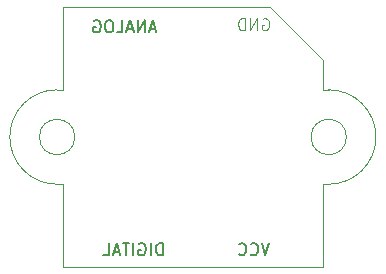
<source format=gbr>
G04 (created by PCBNEW (2013-may-18)-stable) date Вт 27 окт 2015 00:10:55*
%MOIN*%
G04 Gerber Fmt 3.4, Leading zero omitted, Abs format*
%FSLAX34Y34*%
G01*
G70*
G90*
G04 APERTURE LIST*
%ADD10C,0.00393701*%
%ADD11C,0.00590551*%
%ADD12C,0.00492126*%
G04 APERTURE END LIST*
G54D10*
X7005Y-8570D02*
X7201Y-8570D01*
X7201Y-8570D02*
X7201Y-5814D01*
X7201Y-14475D02*
X7201Y-11720D01*
X7201Y-11720D02*
X7005Y-11720D01*
X16060Y-11720D02*
X15863Y-11720D01*
X15863Y-11720D02*
X15863Y-14475D01*
X16060Y-8570D02*
X15863Y-8570D01*
X15863Y-8570D02*
X15863Y-7783D01*
X7005Y-11720D02*
G75*
G02X5430Y-10145I0J1574D01*
G74*
G01*
X5430Y-10145D02*
G75*
G02X7005Y-8570I1574J0D01*
G74*
G01*
X17635Y-10145D02*
G75*
G02X16060Y-11720I-1574J0D01*
G74*
G01*
X16060Y-8570D02*
G75*
G02X17635Y-10145I0J-1574D01*
G74*
G01*
X16650Y-10145D02*
G75*
G03X16650Y-10145I-590J0D01*
G74*
G01*
X7595Y-10145D02*
G75*
G03X7595Y-10145I-590J0D01*
G74*
G01*
X15863Y-7783D02*
X15863Y-7586D01*
X15863Y-7586D02*
X14091Y-5814D01*
X14091Y-5814D02*
X7201Y-5814D01*
X7201Y-14475D02*
X15863Y-14475D01*
G54D11*
X10525Y-14082D02*
X10525Y-13688D01*
X10432Y-13688D01*
X10375Y-13707D01*
X10338Y-13744D01*
X10319Y-13782D01*
X10300Y-13857D01*
X10300Y-13913D01*
X10319Y-13988D01*
X10338Y-14025D01*
X10375Y-14063D01*
X10432Y-14082D01*
X10525Y-14082D01*
X10132Y-14082D02*
X10132Y-13688D01*
X9738Y-13707D02*
X9775Y-13688D01*
X9832Y-13688D01*
X9888Y-13707D01*
X9925Y-13744D01*
X9944Y-13782D01*
X9963Y-13857D01*
X9963Y-13913D01*
X9944Y-13988D01*
X9925Y-14025D01*
X9888Y-14063D01*
X9832Y-14082D01*
X9794Y-14082D01*
X9738Y-14063D01*
X9719Y-14044D01*
X9719Y-13913D01*
X9794Y-13913D01*
X9550Y-14082D02*
X9550Y-13688D01*
X9419Y-13688D02*
X9194Y-13688D01*
X9307Y-14082D02*
X9307Y-13688D01*
X9082Y-13969D02*
X8894Y-13969D01*
X9119Y-14082D02*
X8988Y-13688D01*
X8857Y-14082D01*
X8538Y-14082D02*
X8725Y-14082D01*
X8725Y-13688D01*
X14085Y-13688D02*
X13953Y-14082D01*
X13822Y-13688D01*
X13466Y-14044D02*
X13485Y-14063D01*
X13541Y-14082D01*
X13578Y-14082D01*
X13635Y-14063D01*
X13672Y-14025D01*
X13691Y-13988D01*
X13710Y-13913D01*
X13710Y-13857D01*
X13691Y-13782D01*
X13672Y-13744D01*
X13635Y-13707D01*
X13578Y-13688D01*
X13541Y-13688D01*
X13485Y-13707D01*
X13466Y-13725D01*
X13072Y-14044D02*
X13091Y-14063D01*
X13147Y-14082D01*
X13185Y-14082D01*
X13241Y-14063D01*
X13279Y-14025D01*
X13297Y-13988D01*
X13316Y-13913D01*
X13316Y-13857D01*
X13297Y-13782D01*
X13279Y-13744D01*
X13241Y-13707D01*
X13185Y-13688D01*
X13147Y-13688D01*
X13091Y-13707D01*
X13072Y-13725D01*
X10283Y-6542D02*
X10095Y-6542D01*
X10320Y-6655D02*
X10189Y-6261D01*
X10058Y-6655D01*
X9926Y-6655D02*
X9926Y-6261D01*
X9701Y-6655D01*
X9701Y-6261D01*
X9533Y-6542D02*
X9345Y-6542D01*
X9570Y-6655D02*
X9439Y-6261D01*
X9308Y-6655D01*
X8989Y-6655D02*
X9176Y-6655D01*
X9176Y-6261D01*
X8783Y-6261D02*
X8708Y-6261D01*
X8670Y-6280D01*
X8633Y-6317D01*
X8614Y-6392D01*
X8614Y-6524D01*
X8633Y-6599D01*
X8670Y-6636D01*
X8708Y-6655D01*
X8783Y-6655D01*
X8820Y-6636D01*
X8858Y-6599D01*
X8877Y-6524D01*
X8877Y-6392D01*
X8858Y-6317D01*
X8820Y-6280D01*
X8783Y-6261D01*
X8239Y-6280D02*
X8277Y-6261D01*
X8333Y-6261D01*
X8389Y-6280D01*
X8427Y-6317D01*
X8445Y-6355D01*
X8464Y-6430D01*
X8464Y-6486D01*
X8445Y-6561D01*
X8427Y-6599D01*
X8389Y-6636D01*
X8333Y-6655D01*
X8295Y-6655D01*
X8239Y-6636D01*
X8220Y-6617D01*
X8220Y-6486D01*
X8295Y-6486D01*
G54D12*
X13860Y-6207D02*
X13897Y-6188D01*
X13953Y-6188D01*
X14010Y-6207D01*
X14047Y-6244D01*
X14066Y-6282D01*
X14085Y-6357D01*
X14085Y-6413D01*
X14066Y-6488D01*
X14047Y-6525D01*
X14010Y-6563D01*
X13953Y-6582D01*
X13916Y-6582D01*
X13860Y-6563D01*
X13841Y-6544D01*
X13841Y-6413D01*
X13916Y-6413D01*
X13672Y-6582D02*
X13672Y-6188D01*
X13447Y-6582D01*
X13447Y-6188D01*
X13260Y-6582D02*
X13260Y-6188D01*
X13166Y-6188D01*
X13110Y-6207D01*
X13072Y-6244D01*
X13054Y-6282D01*
X13035Y-6357D01*
X13035Y-6413D01*
X13054Y-6488D01*
X13072Y-6525D01*
X13110Y-6563D01*
X13166Y-6582D01*
X13260Y-6582D01*
M02*

</source>
